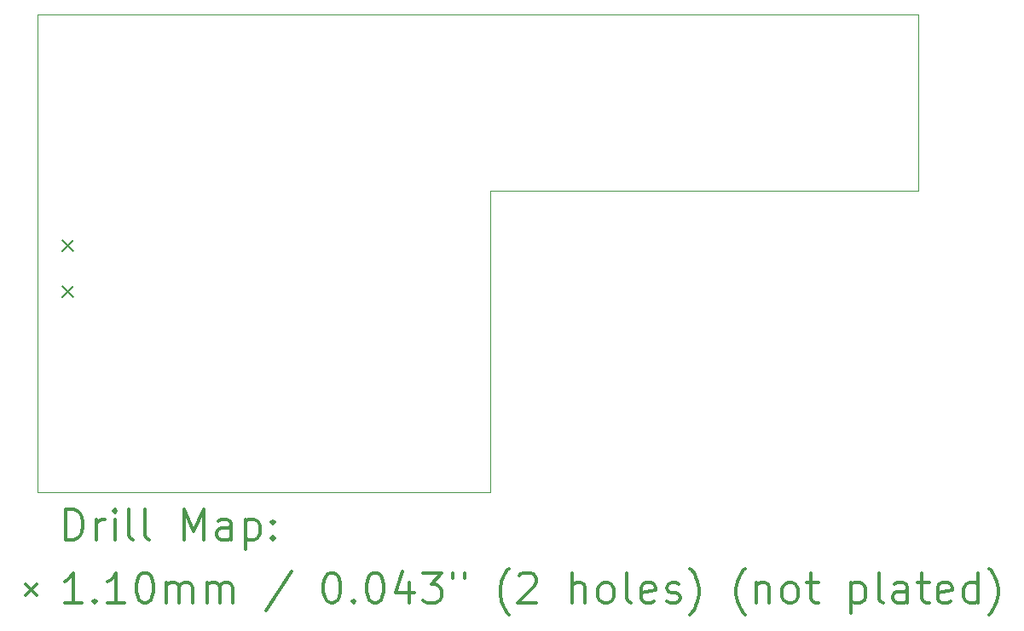
<source format=gbr>
%FSLAX45Y45*%
G04 Gerber Fmt 4.5, Leading zero omitted, Abs format (unit mm)*
G04 Created by KiCad (PCBNEW (5.1.2)-1) date 2022-03-08 20:05:10*
%MOMM*%
%LPD*%
G04 APERTURE LIST*
%ADD10C,0.050000*%
%ADD11C,0.200000*%
%ADD12C,0.300000*%
G04 APERTURE END LIST*
D10*
X17650000Y-8650000D02*
X17650000Y-6900000D01*
X16150000Y-6900000D02*
X17650000Y-6900000D01*
X13400000Y-8650000D02*
X13400000Y-11650000D01*
X13400000Y-8650000D02*
X17650000Y-8650000D01*
X8900000Y-6900000D02*
X8900000Y-7000000D01*
X16150000Y-6900000D02*
X8900000Y-6900000D01*
X8900000Y-11650000D02*
X13400000Y-11650000D01*
X8900000Y-7000000D02*
X8900000Y-11650000D01*
D11*
X9145016Y-9138400D02*
X9255016Y-9248400D01*
X9255016Y-9138400D02*
X9145016Y-9248400D01*
X9145016Y-9598400D02*
X9255016Y-9708400D01*
X9255016Y-9598400D02*
X9145016Y-9708400D01*
D12*
X9183928Y-12118214D02*
X9183928Y-11818214D01*
X9255357Y-11818214D01*
X9298214Y-11832500D01*
X9326786Y-11861071D01*
X9341071Y-11889643D01*
X9355357Y-11946786D01*
X9355357Y-11989643D01*
X9341071Y-12046786D01*
X9326786Y-12075357D01*
X9298214Y-12103929D01*
X9255357Y-12118214D01*
X9183928Y-12118214D01*
X9483928Y-12118214D02*
X9483928Y-11918214D01*
X9483928Y-11975357D02*
X9498214Y-11946786D01*
X9512500Y-11932500D01*
X9541071Y-11918214D01*
X9569643Y-11918214D01*
X9669643Y-12118214D02*
X9669643Y-11918214D01*
X9669643Y-11818214D02*
X9655357Y-11832500D01*
X9669643Y-11846786D01*
X9683928Y-11832500D01*
X9669643Y-11818214D01*
X9669643Y-11846786D01*
X9855357Y-12118214D02*
X9826786Y-12103929D01*
X9812500Y-12075357D01*
X9812500Y-11818214D01*
X10012500Y-12118214D02*
X9983928Y-12103929D01*
X9969643Y-12075357D01*
X9969643Y-11818214D01*
X10355357Y-12118214D02*
X10355357Y-11818214D01*
X10455357Y-12032500D01*
X10555357Y-11818214D01*
X10555357Y-12118214D01*
X10826786Y-12118214D02*
X10826786Y-11961071D01*
X10812500Y-11932500D01*
X10783928Y-11918214D01*
X10726786Y-11918214D01*
X10698214Y-11932500D01*
X10826786Y-12103929D02*
X10798214Y-12118214D01*
X10726786Y-12118214D01*
X10698214Y-12103929D01*
X10683928Y-12075357D01*
X10683928Y-12046786D01*
X10698214Y-12018214D01*
X10726786Y-12003929D01*
X10798214Y-12003929D01*
X10826786Y-11989643D01*
X10969643Y-11918214D02*
X10969643Y-12218214D01*
X10969643Y-11932500D02*
X10998214Y-11918214D01*
X11055357Y-11918214D01*
X11083928Y-11932500D01*
X11098214Y-11946786D01*
X11112500Y-11975357D01*
X11112500Y-12061071D01*
X11098214Y-12089643D01*
X11083928Y-12103929D01*
X11055357Y-12118214D01*
X10998214Y-12118214D01*
X10969643Y-12103929D01*
X11241071Y-12089643D02*
X11255357Y-12103929D01*
X11241071Y-12118214D01*
X11226786Y-12103929D01*
X11241071Y-12089643D01*
X11241071Y-12118214D01*
X11241071Y-11932500D02*
X11255357Y-11946786D01*
X11241071Y-11961071D01*
X11226786Y-11946786D01*
X11241071Y-11932500D01*
X11241071Y-11961071D01*
X8787500Y-12557500D02*
X8897500Y-12667500D01*
X8897500Y-12557500D02*
X8787500Y-12667500D01*
X9341071Y-12748214D02*
X9169643Y-12748214D01*
X9255357Y-12748214D02*
X9255357Y-12448214D01*
X9226786Y-12491071D01*
X9198214Y-12519643D01*
X9169643Y-12533929D01*
X9469643Y-12719643D02*
X9483928Y-12733929D01*
X9469643Y-12748214D01*
X9455357Y-12733929D01*
X9469643Y-12719643D01*
X9469643Y-12748214D01*
X9769643Y-12748214D02*
X9598214Y-12748214D01*
X9683928Y-12748214D02*
X9683928Y-12448214D01*
X9655357Y-12491071D01*
X9626786Y-12519643D01*
X9598214Y-12533929D01*
X9955357Y-12448214D02*
X9983928Y-12448214D01*
X10012500Y-12462500D01*
X10026786Y-12476786D01*
X10041071Y-12505357D01*
X10055357Y-12562500D01*
X10055357Y-12633929D01*
X10041071Y-12691071D01*
X10026786Y-12719643D01*
X10012500Y-12733929D01*
X9983928Y-12748214D01*
X9955357Y-12748214D01*
X9926786Y-12733929D01*
X9912500Y-12719643D01*
X9898214Y-12691071D01*
X9883928Y-12633929D01*
X9883928Y-12562500D01*
X9898214Y-12505357D01*
X9912500Y-12476786D01*
X9926786Y-12462500D01*
X9955357Y-12448214D01*
X10183928Y-12748214D02*
X10183928Y-12548214D01*
X10183928Y-12576786D02*
X10198214Y-12562500D01*
X10226786Y-12548214D01*
X10269643Y-12548214D01*
X10298214Y-12562500D01*
X10312500Y-12591071D01*
X10312500Y-12748214D01*
X10312500Y-12591071D02*
X10326786Y-12562500D01*
X10355357Y-12548214D01*
X10398214Y-12548214D01*
X10426786Y-12562500D01*
X10441071Y-12591071D01*
X10441071Y-12748214D01*
X10583928Y-12748214D02*
X10583928Y-12548214D01*
X10583928Y-12576786D02*
X10598214Y-12562500D01*
X10626786Y-12548214D01*
X10669643Y-12548214D01*
X10698214Y-12562500D01*
X10712500Y-12591071D01*
X10712500Y-12748214D01*
X10712500Y-12591071D02*
X10726786Y-12562500D01*
X10755357Y-12548214D01*
X10798214Y-12548214D01*
X10826786Y-12562500D01*
X10841071Y-12591071D01*
X10841071Y-12748214D01*
X11426786Y-12433929D02*
X11169643Y-12819643D01*
X11812500Y-12448214D02*
X11841071Y-12448214D01*
X11869643Y-12462500D01*
X11883928Y-12476786D01*
X11898214Y-12505357D01*
X11912500Y-12562500D01*
X11912500Y-12633929D01*
X11898214Y-12691071D01*
X11883928Y-12719643D01*
X11869643Y-12733929D01*
X11841071Y-12748214D01*
X11812500Y-12748214D01*
X11783928Y-12733929D01*
X11769643Y-12719643D01*
X11755357Y-12691071D01*
X11741071Y-12633929D01*
X11741071Y-12562500D01*
X11755357Y-12505357D01*
X11769643Y-12476786D01*
X11783928Y-12462500D01*
X11812500Y-12448214D01*
X12041071Y-12719643D02*
X12055357Y-12733929D01*
X12041071Y-12748214D01*
X12026786Y-12733929D01*
X12041071Y-12719643D01*
X12041071Y-12748214D01*
X12241071Y-12448214D02*
X12269643Y-12448214D01*
X12298214Y-12462500D01*
X12312500Y-12476786D01*
X12326786Y-12505357D01*
X12341071Y-12562500D01*
X12341071Y-12633929D01*
X12326786Y-12691071D01*
X12312500Y-12719643D01*
X12298214Y-12733929D01*
X12269643Y-12748214D01*
X12241071Y-12748214D01*
X12212500Y-12733929D01*
X12198214Y-12719643D01*
X12183928Y-12691071D01*
X12169643Y-12633929D01*
X12169643Y-12562500D01*
X12183928Y-12505357D01*
X12198214Y-12476786D01*
X12212500Y-12462500D01*
X12241071Y-12448214D01*
X12598214Y-12548214D02*
X12598214Y-12748214D01*
X12526786Y-12433929D02*
X12455357Y-12648214D01*
X12641071Y-12648214D01*
X12726786Y-12448214D02*
X12912500Y-12448214D01*
X12812500Y-12562500D01*
X12855357Y-12562500D01*
X12883928Y-12576786D01*
X12898214Y-12591071D01*
X12912500Y-12619643D01*
X12912500Y-12691071D01*
X12898214Y-12719643D01*
X12883928Y-12733929D01*
X12855357Y-12748214D01*
X12769643Y-12748214D01*
X12741071Y-12733929D01*
X12726786Y-12719643D01*
X13026786Y-12448214D02*
X13026786Y-12505357D01*
X13141071Y-12448214D02*
X13141071Y-12505357D01*
X13583928Y-12862500D02*
X13569643Y-12848214D01*
X13541071Y-12805357D01*
X13526786Y-12776786D01*
X13512500Y-12733929D01*
X13498214Y-12662500D01*
X13498214Y-12605357D01*
X13512500Y-12533929D01*
X13526786Y-12491071D01*
X13541071Y-12462500D01*
X13569643Y-12419643D01*
X13583928Y-12405357D01*
X13683928Y-12476786D02*
X13698214Y-12462500D01*
X13726786Y-12448214D01*
X13798214Y-12448214D01*
X13826786Y-12462500D01*
X13841071Y-12476786D01*
X13855357Y-12505357D01*
X13855357Y-12533929D01*
X13841071Y-12576786D01*
X13669643Y-12748214D01*
X13855357Y-12748214D01*
X14212500Y-12748214D02*
X14212500Y-12448214D01*
X14341071Y-12748214D02*
X14341071Y-12591071D01*
X14326786Y-12562500D01*
X14298214Y-12548214D01*
X14255357Y-12548214D01*
X14226786Y-12562500D01*
X14212500Y-12576786D01*
X14526786Y-12748214D02*
X14498214Y-12733929D01*
X14483928Y-12719643D01*
X14469643Y-12691071D01*
X14469643Y-12605357D01*
X14483928Y-12576786D01*
X14498214Y-12562500D01*
X14526786Y-12548214D01*
X14569643Y-12548214D01*
X14598214Y-12562500D01*
X14612500Y-12576786D01*
X14626786Y-12605357D01*
X14626786Y-12691071D01*
X14612500Y-12719643D01*
X14598214Y-12733929D01*
X14569643Y-12748214D01*
X14526786Y-12748214D01*
X14798214Y-12748214D02*
X14769643Y-12733929D01*
X14755357Y-12705357D01*
X14755357Y-12448214D01*
X15026786Y-12733929D02*
X14998214Y-12748214D01*
X14941071Y-12748214D01*
X14912500Y-12733929D01*
X14898214Y-12705357D01*
X14898214Y-12591071D01*
X14912500Y-12562500D01*
X14941071Y-12548214D01*
X14998214Y-12548214D01*
X15026786Y-12562500D01*
X15041071Y-12591071D01*
X15041071Y-12619643D01*
X14898214Y-12648214D01*
X15155357Y-12733929D02*
X15183928Y-12748214D01*
X15241071Y-12748214D01*
X15269643Y-12733929D01*
X15283928Y-12705357D01*
X15283928Y-12691071D01*
X15269643Y-12662500D01*
X15241071Y-12648214D01*
X15198214Y-12648214D01*
X15169643Y-12633929D01*
X15155357Y-12605357D01*
X15155357Y-12591071D01*
X15169643Y-12562500D01*
X15198214Y-12548214D01*
X15241071Y-12548214D01*
X15269643Y-12562500D01*
X15383928Y-12862500D02*
X15398214Y-12848214D01*
X15426786Y-12805357D01*
X15441071Y-12776786D01*
X15455357Y-12733929D01*
X15469643Y-12662500D01*
X15469643Y-12605357D01*
X15455357Y-12533929D01*
X15441071Y-12491071D01*
X15426786Y-12462500D01*
X15398214Y-12419643D01*
X15383928Y-12405357D01*
X15926786Y-12862500D02*
X15912500Y-12848214D01*
X15883928Y-12805357D01*
X15869643Y-12776786D01*
X15855357Y-12733929D01*
X15841071Y-12662500D01*
X15841071Y-12605357D01*
X15855357Y-12533929D01*
X15869643Y-12491071D01*
X15883928Y-12462500D01*
X15912500Y-12419643D01*
X15926786Y-12405357D01*
X16041071Y-12548214D02*
X16041071Y-12748214D01*
X16041071Y-12576786D02*
X16055357Y-12562500D01*
X16083928Y-12548214D01*
X16126786Y-12548214D01*
X16155357Y-12562500D01*
X16169643Y-12591071D01*
X16169643Y-12748214D01*
X16355357Y-12748214D02*
X16326786Y-12733929D01*
X16312500Y-12719643D01*
X16298214Y-12691071D01*
X16298214Y-12605357D01*
X16312500Y-12576786D01*
X16326786Y-12562500D01*
X16355357Y-12548214D01*
X16398214Y-12548214D01*
X16426786Y-12562500D01*
X16441071Y-12576786D01*
X16455357Y-12605357D01*
X16455357Y-12691071D01*
X16441071Y-12719643D01*
X16426786Y-12733929D01*
X16398214Y-12748214D01*
X16355357Y-12748214D01*
X16541071Y-12548214D02*
X16655357Y-12548214D01*
X16583928Y-12448214D02*
X16583928Y-12705357D01*
X16598214Y-12733929D01*
X16626786Y-12748214D01*
X16655357Y-12748214D01*
X16983928Y-12548214D02*
X16983928Y-12848214D01*
X16983928Y-12562500D02*
X17012500Y-12548214D01*
X17069643Y-12548214D01*
X17098214Y-12562500D01*
X17112500Y-12576786D01*
X17126786Y-12605357D01*
X17126786Y-12691071D01*
X17112500Y-12719643D01*
X17098214Y-12733929D01*
X17069643Y-12748214D01*
X17012500Y-12748214D01*
X16983928Y-12733929D01*
X17298214Y-12748214D02*
X17269643Y-12733929D01*
X17255357Y-12705357D01*
X17255357Y-12448214D01*
X17541071Y-12748214D02*
X17541071Y-12591071D01*
X17526786Y-12562500D01*
X17498214Y-12548214D01*
X17441071Y-12548214D01*
X17412500Y-12562500D01*
X17541071Y-12733929D02*
X17512500Y-12748214D01*
X17441071Y-12748214D01*
X17412500Y-12733929D01*
X17398214Y-12705357D01*
X17398214Y-12676786D01*
X17412500Y-12648214D01*
X17441071Y-12633929D01*
X17512500Y-12633929D01*
X17541071Y-12619643D01*
X17641071Y-12548214D02*
X17755357Y-12548214D01*
X17683928Y-12448214D02*
X17683928Y-12705357D01*
X17698214Y-12733929D01*
X17726786Y-12748214D01*
X17755357Y-12748214D01*
X17969643Y-12733929D02*
X17941071Y-12748214D01*
X17883928Y-12748214D01*
X17855357Y-12733929D01*
X17841071Y-12705357D01*
X17841071Y-12591071D01*
X17855357Y-12562500D01*
X17883928Y-12548214D01*
X17941071Y-12548214D01*
X17969643Y-12562500D01*
X17983928Y-12591071D01*
X17983928Y-12619643D01*
X17841071Y-12648214D01*
X18241071Y-12748214D02*
X18241071Y-12448214D01*
X18241071Y-12733929D02*
X18212500Y-12748214D01*
X18155357Y-12748214D01*
X18126786Y-12733929D01*
X18112500Y-12719643D01*
X18098214Y-12691071D01*
X18098214Y-12605357D01*
X18112500Y-12576786D01*
X18126786Y-12562500D01*
X18155357Y-12548214D01*
X18212500Y-12548214D01*
X18241071Y-12562500D01*
X18355357Y-12862500D02*
X18369643Y-12848214D01*
X18398214Y-12805357D01*
X18412500Y-12776786D01*
X18426786Y-12733929D01*
X18441071Y-12662500D01*
X18441071Y-12605357D01*
X18426786Y-12533929D01*
X18412500Y-12491071D01*
X18398214Y-12462500D01*
X18369643Y-12419643D01*
X18355357Y-12405357D01*
M02*

</source>
